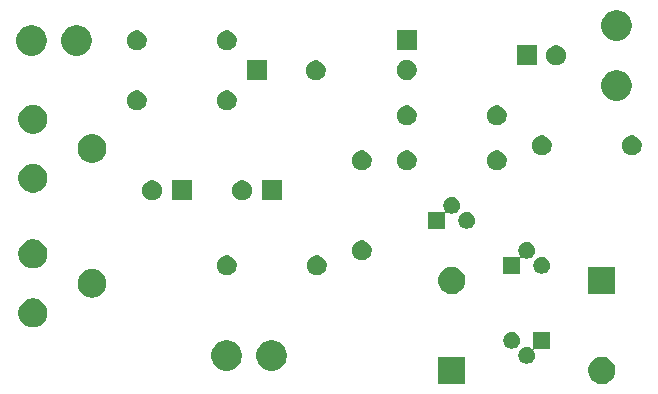
<source format=gbr>
G04 #@! TF.GenerationSoftware,KiCad,Pcbnew,5.1.5+dfsg1-2build2*
G04 #@! TF.CreationDate,2020-05-28T19:54:34-06:00*
G04 #@! TF.ProjectId,JAT 3t amplifier,4a415420-3374-4206-916d-706c69666965,rev?*
G04 #@! TF.SameCoordinates,Original*
G04 #@! TF.FileFunction,Soldermask,Top*
G04 #@! TF.FilePolarity,Negative*
%FSLAX46Y46*%
G04 Gerber Fmt 4.6, Leading zero omitted, Abs format (unit mm)*
G04 Created by KiCad (PCBNEW 5.1.5+dfsg1-2build2) date 2020-05-28 19:54:34*
%MOMM*%
%LPD*%
G04 APERTURE LIST*
%ADD10C,0.100000*%
G04 APERTURE END LIST*
D10*
G36*
X703804549Y-990741116D02*
G01*
X703915734Y-990763232D01*
X704125203Y-990849997D01*
X704313720Y-990975960D01*
X704474040Y-991136280D01*
X704600003Y-991324797D01*
X704686768Y-991534266D01*
X704731000Y-991756636D01*
X704731000Y-991983364D01*
X704686768Y-992205734D01*
X704600003Y-992415203D01*
X704474040Y-992603720D01*
X704313720Y-992764040D01*
X704125203Y-992890003D01*
X703915734Y-992976768D01*
X703804549Y-992998884D01*
X703693365Y-993021000D01*
X703466635Y-993021000D01*
X703355451Y-992998884D01*
X703244266Y-992976768D01*
X703034797Y-992890003D01*
X702846280Y-992764040D01*
X702685960Y-992603720D01*
X702559997Y-992415203D01*
X702473232Y-992205734D01*
X702429000Y-991983364D01*
X702429000Y-991756636D01*
X702473232Y-991534266D01*
X702559997Y-991324797D01*
X702685960Y-991136280D01*
X702846280Y-990975960D01*
X703034797Y-990849997D01*
X703244266Y-990763232D01*
X703355451Y-990741116D01*
X703466635Y-990719000D01*
X703693365Y-990719000D01*
X703804549Y-990741116D01*
G37*
G36*
X692031000Y-993021000D02*
G01*
X689729000Y-993021000D01*
X689729000Y-990719000D01*
X692031000Y-990719000D01*
X692031000Y-993021000D01*
G37*
G36*
X676019393Y-989349304D02*
G01*
X676256101Y-989447352D01*
X676256103Y-989447353D01*
X676469135Y-989589696D01*
X676650304Y-989770865D01*
X676789229Y-989978782D01*
X676792648Y-989983899D01*
X676890696Y-990220607D01*
X676940680Y-990471893D01*
X676940680Y-990728107D01*
X676890696Y-990979393D01*
X676822305Y-991144502D01*
X676792647Y-991216103D01*
X676650304Y-991429135D01*
X676469135Y-991610304D01*
X676256103Y-991752647D01*
X676256102Y-991752648D01*
X676256101Y-991752648D01*
X676019393Y-991850696D01*
X675768107Y-991900680D01*
X675511893Y-991900680D01*
X675260607Y-991850696D01*
X675023899Y-991752648D01*
X675023898Y-991752648D01*
X675023897Y-991752647D01*
X674810865Y-991610304D01*
X674629696Y-991429135D01*
X674487353Y-991216103D01*
X674457695Y-991144502D01*
X674389304Y-990979393D01*
X674339320Y-990728107D01*
X674339320Y-990471893D01*
X674389304Y-990220607D01*
X674487352Y-989983899D01*
X674490771Y-989978782D01*
X674629696Y-989770865D01*
X674810865Y-989589696D01*
X675023897Y-989447353D01*
X675023899Y-989447352D01*
X675260607Y-989349304D01*
X675511893Y-989299320D01*
X675768107Y-989299320D01*
X676019393Y-989349304D01*
G37*
G36*
X672209393Y-989349304D02*
G01*
X672446101Y-989447352D01*
X672446103Y-989447353D01*
X672659135Y-989589696D01*
X672840304Y-989770865D01*
X672979229Y-989978782D01*
X672982648Y-989983899D01*
X673080696Y-990220607D01*
X673130680Y-990471893D01*
X673130680Y-990728107D01*
X673080696Y-990979393D01*
X673012305Y-991144502D01*
X672982647Y-991216103D01*
X672840304Y-991429135D01*
X672659135Y-991610304D01*
X672446103Y-991752647D01*
X672446102Y-991752648D01*
X672446101Y-991752648D01*
X672209393Y-991850696D01*
X671958107Y-991900680D01*
X671701893Y-991900680D01*
X671450607Y-991850696D01*
X671213899Y-991752648D01*
X671213898Y-991752648D01*
X671213897Y-991752647D01*
X671000865Y-991610304D01*
X670819696Y-991429135D01*
X670677353Y-991216103D01*
X670647695Y-991144502D01*
X670579304Y-990979393D01*
X670529320Y-990728107D01*
X670529320Y-990471893D01*
X670579304Y-990220607D01*
X670677352Y-989983899D01*
X670680771Y-989978782D01*
X670819696Y-989770865D01*
X671000865Y-989589696D01*
X671213897Y-989447353D01*
X671213899Y-989447352D01*
X671450607Y-989349304D01*
X671701893Y-989299320D01*
X671958107Y-989299320D01*
X672209393Y-989349304D01*
G37*
G36*
X699201000Y-990031000D02*
G01*
X697926749Y-990031000D01*
X697902363Y-990033402D01*
X697878914Y-990040515D01*
X697857303Y-990052066D01*
X697838361Y-990067611D01*
X697822816Y-990086553D01*
X697811265Y-990108164D01*
X697804152Y-990131613D01*
X697801750Y-990155999D01*
X697804152Y-990180385D01*
X697811265Y-990203834D01*
X697822816Y-990225444D01*
X697851218Y-990267951D01*
X697904062Y-990395527D01*
X697931000Y-990530956D01*
X697931000Y-990669044D01*
X697904062Y-990804473D01*
X697851218Y-990932049D01*
X697774505Y-991046859D01*
X697676859Y-991144505D01*
X697562049Y-991221218D01*
X697434473Y-991274062D01*
X697299044Y-991301000D01*
X697160956Y-991301000D01*
X697025527Y-991274062D01*
X696897951Y-991221218D01*
X696783141Y-991144505D01*
X696685495Y-991046859D01*
X696608782Y-990932049D01*
X696555938Y-990804473D01*
X696529000Y-990669044D01*
X696529000Y-990530956D01*
X696555938Y-990395527D01*
X696608782Y-990267951D01*
X696685495Y-990153141D01*
X696783141Y-990055495D01*
X696897951Y-989978782D01*
X697025527Y-989925938D01*
X697160956Y-989899000D01*
X697299044Y-989899000D01*
X697434473Y-989925938D01*
X697562049Y-989978782D01*
X697604556Y-990007184D01*
X697626167Y-990018735D01*
X697649616Y-990025848D01*
X697674002Y-990028250D01*
X697698388Y-990025848D01*
X697721837Y-990018735D01*
X697743447Y-990007183D01*
X697762389Y-989991638D01*
X697777934Y-989972696D01*
X697789485Y-989951085D01*
X697796598Y-989927636D01*
X697799000Y-989903251D01*
X697799000Y-988629000D01*
X699201000Y-988629000D01*
X699201000Y-990031000D01*
G37*
G36*
X696164473Y-988655938D02*
G01*
X696292049Y-988708782D01*
X696406859Y-988785495D01*
X696504505Y-988883141D01*
X696581218Y-988997951D01*
X696634062Y-989125527D01*
X696661000Y-989260956D01*
X696661000Y-989399044D01*
X696634062Y-989534473D01*
X696581218Y-989662049D01*
X696504505Y-989776859D01*
X696406859Y-989874505D01*
X696292049Y-989951218D01*
X696164473Y-990004062D01*
X696029044Y-990031000D01*
X695890956Y-990031000D01*
X695755527Y-990004062D01*
X695627951Y-989951218D01*
X695513141Y-989874505D01*
X695415495Y-989776859D01*
X695338782Y-989662049D01*
X695285938Y-989534473D01*
X695259000Y-989399044D01*
X695259000Y-989260956D01*
X695285938Y-989125527D01*
X695338782Y-988997951D01*
X695415495Y-988883141D01*
X695513141Y-988785495D01*
X695627951Y-988708782D01*
X695755527Y-988655938D01*
X695890956Y-988629000D01*
X696029044Y-988629000D01*
X696164473Y-988655938D01*
G37*
G36*
X655663507Y-985792461D02*
G01*
X655781455Y-985815922D01*
X655873496Y-985854047D01*
X656003661Y-985907963D01*
X656203644Y-986041587D01*
X656373715Y-986211658D01*
X656507339Y-986411641D01*
X656599380Y-986633848D01*
X656646302Y-986869741D01*
X656646302Y-987110259D01*
X656599380Y-987346152D01*
X656507339Y-987568359D01*
X656373715Y-987768342D01*
X656203644Y-987938413D01*
X656003661Y-988072037D01*
X655873496Y-988125953D01*
X655781455Y-988164078D01*
X655663507Y-988187539D01*
X655545561Y-988211000D01*
X655305043Y-988211000D01*
X655187097Y-988187539D01*
X655069149Y-988164078D01*
X654977108Y-988125953D01*
X654846943Y-988072037D01*
X654646960Y-987938413D01*
X654476889Y-987768342D01*
X654343265Y-987568359D01*
X654251224Y-987346152D01*
X654204302Y-987110259D01*
X654204302Y-986869741D01*
X654251224Y-986633848D01*
X654343265Y-986411641D01*
X654476889Y-986211658D01*
X654646960Y-986041587D01*
X654846943Y-985907963D01*
X654977108Y-985854047D01*
X655069149Y-985815922D01*
X655187097Y-985792461D01*
X655305043Y-985769000D01*
X655545561Y-985769000D01*
X655663507Y-985792461D01*
G37*
G36*
X660781455Y-983315922D02*
G01*
X660873496Y-983354047D01*
X661003661Y-983407963D01*
X661203644Y-983541587D01*
X661373715Y-983711658D01*
X661507339Y-983911641D01*
X661561255Y-984041806D01*
X661599380Y-984133847D01*
X661599935Y-984136636D01*
X661646302Y-984369741D01*
X661646302Y-984610259D01*
X661599380Y-984846152D01*
X661507339Y-985068359D01*
X661373715Y-985268342D01*
X661203644Y-985438413D01*
X661003661Y-985572037D01*
X660873496Y-985625953D01*
X660781455Y-985664078D01*
X660663507Y-985687539D01*
X660545561Y-985711000D01*
X660305043Y-985711000D01*
X660187097Y-985687539D01*
X660069149Y-985664078D01*
X659977108Y-985625953D01*
X659846943Y-985572037D01*
X659646960Y-985438413D01*
X659476889Y-985268342D01*
X659343265Y-985068359D01*
X659251224Y-984846152D01*
X659204302Y-984610259D01*
X659204302Y-984369741D01*
X659250669Y-984136636D01*
X659251224Y-984133847D01*
X659289349Y-984041806D01*
X659343265Y-983911641D01*
X659476889Y-983711658D01*
X659646960Y-983541587D01*
X659846943Y-983407963D01*
X659977108Y-983354047D01*
X660069149Y-983315922D01*
X660305043Y-983269000D01*
X660545561Y-983269000D01*
X660781455Y-983315922D01*
G37*
G36*
X704731000Y-985401000D02*
G01*
X702429000Y-985401000D01*
X702429000Y-983099000D01*
X704731000Y-983099000D01*
X704731000Y-985401000D01*
G37*
G36*
X691104549Y-983121116D02*
G01*
X691215734Y-983143232D01*
X691315298Y-983184473D01*
X691420933Y-983228228D01*
X691425203Y-983229997D01*
X691613720Y-983355960D01*
X691774040Y-983516280D01*
X691900003Y-983704797D01*
X691985681Y-983911641D01*
X691986768Y-983914267D01*
X692031000Y-984136635D01*
X692031000Y-984363365D01*
X692008884Y-984474549D01*
X691986768Y-984585734D01*
X691900003Y-984795203D01*
X691774040Y-984983720D01*
X691613720Y-985144040D01*
X691425203Y-985270003D01*
X691215734Y-985356768D01*
X691104549Y-985378884D01*
X690993365Y-985401000D01*
X690766635Y-985401000D01*
X690655451Y-985378884D01*
X690544266Y-985356768D01*
X690334797Y-985270003D01*
X690146280Y-985144040D01*
X689985960Y-984983720D01*
X689859997Y-984795203D01*
X689773232Y-984585734D01*
X689751116Y-984474549D01*
X689729000Y-984363365D01*
X689729000Y-984136635D01*
X689773232Y-983914267D01*
X689774320Y-983911641D01*
X689859997Y-983704797D01*
X689985960Y-983516280D01*
X690146280Y-983355960D01*
X690334797Y-983229997D01*
X690339068Y-983228228D01*
X690444702Y-983184473D01*
X690544266Y-983143232D01*
X690655451Y-983121116D01*
X690766635Y-983099000D01*
X690993365Y-983099000D01*
X691104549Y-983121116D01*
G37*
G36*
X679698228Y-982161703D02*
G01*
X679853100Y-982225853D01*
X679992481Y-982318985D01*
X680111015Y-982437519D01*
X680204147Y-982576900D01*
X680268297Y-982731772D01*
X680301000Y-982896184D01*
X680301000Y-983063816D01*
X680268297Y-983228228D01*
X680204147Y-983383100D01*
X680111015Y-983522481D01*
X679992481Y-983641015D01*
X679853100Y-983734147D01*
X679698228Y-983798297D01*
X679533816Y-983831000D01*
X679366184Y-983831000D01*
X679201772Y-983798297D01*
X679046900Y-983734147D01*
X678907519Y-983641015D01*
X678788985Y-983522481D01*
X678695853Y-983383100D01*
X678631703Y-983228228D01*
X678599000Y-983063816D01*
X678599000Y-982896184D01*
X678631703Y-982731772D01*
X678695853Y-982576900D01*
X678788985Y-982437519D01*
X678907519Y-982318985D01*
X679046900Y-982225853D01*
X679201772Y-982161703D01*
X679366184Y-982129000D01*
X679533816Y-982129000D01*
X679698228Y-982161703D01*
G37*
G36*
X672078228Y-982161703D02*
G01*
X672233100Y-982225853D01*
X672372481Y-982318985D01*
X672491015Y-982437519D01*
X672584147Y-982576900D01*
X672648297Y-982731772D01*
X672681000Y-982896184D01*
X672681000Y-983063816D01*
X672648297Y-983228228D01*
X672584147Y-983383100D01*
X672491015Y-983522481D01*
X672372481Y-983641015D01*
X672233100Y-983734147D01*
X672078228Y-983798297D01*
X671913816Y-983831000D01*
X671746184Y-983831000D01*
X671581772Y-983798297D01*
X671426900Y-983734147D01*
X671287519Y-983641015D01*
X671168985Y-983522481D01*
X671075853Y-983383100D01*
X671011703Y-983228228D01*
X670979000Y-983063816D01*
X670979000Y-982896184D01*
X671011703Y-982731772D01*
X671075853Y-982576900D01*
X671168985Y-982437519D01*
X671287519Y-982318985D01*
X671426900Y-982225853D01*
X671581772Y-982161703D01*
X671746184Y-982129000D01*
X671913816Y-982129000D01*
X672078228Y-982161703D01*
G37*
G36*
X697434473Y-981035938D02*
G01*
X697562049Y-981088782D01*
X697676859Y-981165495D01*
X697774505Y-981263141D01*
X697851218Y-981377951D01*
X697904062Y-981505527D01*
X697931000Y-981640956D01*
X697931000Y-981779044D01*
X697904062Y-981914473D01*
X697851218Y-982042049D01*
X697774505Y-982156859D01*
X697676859Y-982254505D01*
X697562049Y-982331218D01*
X697434473Y-982384062D01*
X697299044Y-982411000D01*
X697160956Y-982411000D01*
X697025527Y-982384062D01*
X696897951Y-982331218D01*
X696855444Y-982302816D01*
X696833833Y-982291265D01*
X696810384Y-982284152D01*
X696785998Y-982281750D01*
X696761612Y-982284152D01*
X696738163Y-982291265D01*
X696716553Y-982302817D01*
X696697611Y-982318362D01*
X696682066Y-982337304D01*
X696670515Y-982358915D01*
X696663402Y-982382364D01*
X696661000Y-982406749D01*
X696661000Y-983681000D01*
X695259000Y-983681000D01*
X695259000Y-982279000D01*
X696533251Y-982279000D01*
X696557637Y-982276598D01*
X696581086Y-982269485D01*
X696602697Y-982257934D01*
X696621639Y-982242389D01*
X696637184Y-982223447D01*
X696648735Y-982201836D01*
X696655848Y-982178387D01*
X696658250Y-982154001D01*
X696655848Y-982129615D01*
X696648735Y-982106166D01*
X696637184Y-982084556D01*
X696608782Y-982042049D01*
X696555938Y-981914473D01*
X696529000Y-981779044D01*
X696529000Y-981640956D01*
X696555938Y-981505527D01*
X696608782Y-981377951D01*
X696685495Y-981263141D01*
X696783141Y-981165495D01*
X696897951Y-981088782D01*
X697025527Y-981035938D01*
X697160956Y-981009000D01*
X697299044Y-981009000D01*
X697434473Y-981035938D01*
G37*
G36*
X698704473Y-982305938D02*
G01*
X698832049Y-982358782D01*
X698946859Y-982435495D01*
X699044505Y-982533141D01*
X699121218Y-982647951D01*
X699174062Y-982775527D01*
X699201000Y-982910956D01*
X699201000Y-983049044D01*
X699174062Y-983184473D01*
X699121218Y-983312049D01*
X699044505Y-983426859D01*
X698946859Y-983524505D01*
X698832049Y-983601218D01*
X698704473Y-983654062D01*
X698569044Y-983681000D01*
X698430956Y-983681000D01*
X698295527Y-983654062D01*
X698167951Y-983601218D01*
X698053141Y-983524505D01*
X697955495Y-983426859D01*
X697878782Y-983312049D01*
X697825938Y-983184473D01*
X697799000Y-983049044D01*
X697799000Y-982910956D01*
X697825938Y-982775527D01*
X697878782Y-982647951D01*
X697955495Y-982533141D01*
X698053141Y-982435495D01*
X698167951Y-982358782D01*
X698295527Y-982305938D01*
X698430956Y-982279000D01*
X698569044Y-982279000D01*
X698704473Y-982305938D01*
G37*
G36*
X655781455Y-980815922D02*
G01*
X655873496Y-980854047D01*
X656003661Y-980907963D01*
X656203644Y-981041587D01*
X656373715Y-981211658D01*
X656507339Y-981411641D01*
X656528103Y-981461771D01*
X656596206Y-981626184D01*
X656599380Y-981633848D01*
X656646302Y-981869741D01*
X656646302Y-982110259D01*
X656628086Y-982201836D01*
X656599380Y-982346153D01*
X656584381Y-982382364D01*
X656507339Y-982568359D01*
X656373715Y-982768342D01*
X656203644Y-982938413D01*
X656003661Y-983072037D01*
X655938566Y-983099000D01*
X655781455Y-983164078D01*
X655678921Y-983184473D01*
X655545561Y-983211000D01*
X655305043Y-983211000D01*
X655171683Y-983184473D01*
X655069149Y-983164078D01*
X654912038Y-983099000D01*
X654846943Y-983072037D01*
X654646960Y-982938413D01*
X654476889Y-982768342D01*
X654343265Y-982568359D01*
X654266223Y-982382364D01*
X654251224Y-982346153D01*
X654222518Y-982201836D01*
X654204302Y-982110259D01*
X654204302Y-981869741D01*
X654251224Y-981633848D01*
X654254399Y-981626184D01*
X654322501Y-981461771D01*
X654343265Y-981411641D01*
X654476889Y-981211658D01*
X654646960Y-981041587D01*
X654846943Y-980907963D01*
X654977108Y-980854047D01*
X655069149Y-980815922D01*
X655305043Y-980769000D01*
X655545561Y-980769000D01*
X655781455Y-980815922D01*
G37*
G36*
X683508228Y-980891703D02*
G01*
X683663100Y-980955853D01*
X683802481Y-981048985D01*
X683921015Y-981167519D01*
X684014147Y-981306900D01*
X684078297Y-981461772D01*
X684111000Y-981626184D01*
X684111000Y-981793816D01*
X684078297Y-981958228D01*
X684014147Y-982113100D01*
X683921015Y-982252481D01*
X683802481Y-982371015D01*
X683663100Y-982464147D01*
X683508228Y-982528297D01*
X683343816Y-982561000D01*
X683176184Y-982561000D01*
X683011772Y-982528297D01*
X682856900Y-982464147D01*
X682717519Y-982371015D01*
X682598985Y-982252481D01*
X682505853Y-982113100D01*
X682441703Y-981958228D01*
X682409000Y-981793816D01*
X682409000Y-981626184D01*
X682441703Y-981461772D01*
X682505853Y-981306900D01*
X682598985Y-981167519D01*
X682717519Y-981048985D01*
X682856900Y-980955853D01*
X683011772Y-980891703D01*
X683176184Y-980859000D01*
X683343816Y-980859000D01*
X683508228Y-980891703D01*
G37*
G36*
X691084473Y-977225938D02*
G01*
X691212049Y-977278782D01*
X691326859Y-977355495D01*
X691424505Y-977453141D01*
X691501218Y-977567951D01*
X691554062Y-977695527D01*
X691581000Y-977830956D01*
X691581000Y-977969044D01*
X691554062Y-978104473D01*
X691501218Y-978232049D01*
X691424505Y-978346859D01*
X691326859Y-978444505D01*
X691212049Y-978521218D01*
X691084473Y-978574062D01*
X690949044Y-978601000D01*
X690810956Y-978601000D01*
X690675527Y-978574062D01*
X690547951Y-978521218D01*
X690505444Y-978492816D01*
X690483833Y-978481265D01*
X690460384Y-978474152D01*
X690435998Y-978471750D01*
X690411612Y-978474152D01*
X690388163Y-978481265D01*
X690366553Y-978492817D01*
X690347611Y-978508362D01*
X690332066Y-978527304D01*
X690320515Y-978548915D01*
X690313402Y-978572364D01*
X690311000Y-978596749D01*
X690311000Y-979871000D01*
X688909000Y-979871000D01*
X688909000Y-978469000D01*
X690183251Y-978469000D01*
X690207637Y-978466598D01*
X690231086Y-978459485D01*
X690252697Y-978447934D01*
X690271639Y-978432389D01*
X690287184Y-978413447D01*
X690298735Y-978391836D01*
X690305848Y-978368387D01*
X690308250Y-978344001D01*
X690305848Y-978319615D01*
X690298735Y-978296166D01*
X690287184Y-978274556D01*
X690258782Y-978232049D01*
X690205938Y-978104473D01*
X690179000Y-977969044D01*
X690179000Y-977830956D01*
X690205938Y-977695527D01*
X690258782Y-977567951D01*
X690335495Y-977453141D01*
X690433141Y-977355495D01*
X690547951Y-977278782D01*
X690675527Y-977225938D01*
X690810956Y-977199000D01*
X690949044Y-977199000D01*
X691084473Y-977225938D01*
G37*
G36*
X692354473Y-978495938D02*
G01*
X692482049Y-978548782D01*
X692596859Y-978625495D01*
X692694505Y-978723141D01*
X692771218Y-978837951D01*
X692824062Y-978965527D01*
X692851000Y-979100956D01*
X692851000Y-979239044D01*
X692824062Y-979374473D01*
X692771218Y-979502049D01*
X692694505Y-979616859D01*
X692596859Y-979714505D01*
X692482049Y-979791218D01*
X692354473Y-979844062D01*
X692219044Y-979871000D01*
X692080956Y-979871000D01*
X691945527Y-979844062D01*
X691817951Y-979791218D01*
X691703141Y-979714505D01*
X691605495Y-979616859D01*
X691528782Y-979502049D01*
X691475938Y-979374473D01*
X691449000Y-979239044D01*
X691449000Y-979100956D01*
X691475938Y-978965527D01*
X691528782Y-978837951D01*
X691605495Y-978723141D01*
X691703141Y-978625495D01*
X691817951Y-978548782D01*
X691945527Y-978495938D01*
X692080956Y-978469000D01*
X692219044Y-978469000D01*
X692354473Y-978495938D01*
G37*
G36*
X676491000Y-977481000D02*
G01*
X674789000Y-977481000D01*
X674789000Y-975779000D01*
X676491000Y-975779000D01*
X676491000Y-977481000D01*
G37*
G36*
X665768228Y-975811703D02*
G01*
X665923100Y-975875853D01*
X666062481Y-975968985D01*
X666181015Y-976087519D01*
X666274147Y-976226900D01*
X666338297Y-976381772D01*
X666371000Y-976546184D01*
X666371000Y-976713816D01*
X666338297Y-976878228D01*
X666274147Y-977033100D01*
X666181015Y-977172481D01*
X666062481Y-977291015D01*
X665923100Y-977384147D01*
X665768228Y-977448297D01*
X665603816Y-977481000D01*
X665436184Y-977481000D01*
X665271772Y-977448297D01*
X665116900Y-977384147D01*
X664977519Y-977291015D01*
X664858985Y-977172481D01*
X664765853Y-977033100D01*
X664701703Y-976878228D01*
X664669000Y-976713816D01*
X664669000Y-976546184D01*
X664701703Y-976381772D01*
X664765853Y-976226900D01*
X664858985Y-976087519D01*
X664977519Y-975968985D01*
X665116900Y-975875853D01*
X665271772Y-975811703D01*
X665436184Y-975779000D01*
X665603816Y-975779000D01*
X665768228Y-975811703D01*
G37*
G36*
X673388228Y-975811703D02*
G01*
X673543100Y-975875853D01*
X673682481Y-975968985D01*
X673801015Y-976087519D01*
X673894147Y-976226900D01*
X673958297Y-976381772D01*
X673991000Y-976546184D01*
X673991000Y-976713816D01*
X673958297Y-976878228D01*
X673894147Y-977033100D01*
X673801015Y-977172481D01*
X673682481Y-977291015D01*
X673543100Y-977384147D01*
X673388228Y-977448297D01*
X673223816Y-977481000D01*
X673056184Y-977481000D01*
X672891772Y-977448297D01*
X672736900Y-977384147D01*
X672597519Y-977291015D01*
X672478985Y-977172481D01*
X672385853Y-977033100D01*
X672321703Y-976878228D01*
X672289000Y-976713816D01*
X672289000Y-976546184D01*
X672321703Y-976381772D01*
X672385853Y-976226900D01*
X672478985Y-976087519D01*
X672597519Y-975968985D01*
X672736900Y-975875853D01*
X672891772Y-975811703D01*
X673056184Y-975779000D01*
X673223816Y-975779000D01*
X673388228Y-975811703D01*
G37*
G36*
X668871000Y-977481000D02*
G01*
X667169000Y-977481000D01*
X667169000Y-975779000D01*
X668871000Y-975779000D01*
X668871000Y-977481000D01*
G37*
G36*
X655781455Y-974415922D02*
G01*
X655873496Y-974454047D01*
X656003661Y-974507963D01*
X656203644Y-974641587D01*
X656373715Y-974811658D01*
X656507339Y-975011641D01*
X656599380Y-975233848D01*
X656646302Y-975469741D01*
X656646302Y-975710259D01*
X656626124Y-975811703D01*
X656599380Y-975946153D01*
X656561255Y-976038194D01*
X656507339Y-976168359D01*
X656373715Y-976368342D01*
X656203644Y-976538413D01*
X656003661Y-976672037D01*
X655902797Y-976713816D01*
X655781455Y-976764078D01*
X655545561Y-976811000D01*
X655305043Y-976811000D01*
X655069149Y-976764078D01*
X654947807Y-976713816D01*
X654846943Y-976672037D01*
X654646960Y-976538413D01*
X654476889Y-976368342D01*
X654343265Y-976168359D01*
X654289349Y-976038194D01*
X654251224Y-975946153D01*
X654224480Y-975811703D01*
X654204302Y-975710259D01*
X654204302Y-975469741D01*
X654251224Y-975233848D01*
X654343265Y-975011641D01*
X654476889Y-974811658D01*
X654646960Y-974641587D01*
X654846943Y-974507963D01*
X654977108Y-974454047D01*
X655069149Y-974415922D01*
X655305043Y-974369000D01*
X655545561Y-974369000D01*
X655781455Y-974415922D01*
G37*
G36*
X687318228Y-973271703D02*
G01*
X687473100Y-973335853D01*
X687612481Y-973428985D01*
X687731015Y-973547519D01*
X687824147Y-973686900D01*
X687888297Y-973841772D01*
X687921000Y-974006184D01*
X687921000Y-974173816D01*
X687888297Y-974338228D01*
X687824147Y-974493100D01*
X687731015Y-974632481D01*
X687612481Y-974751015D01*
X687473100Y-974844147D01*
X687318228Y-974908297D01*
X687153816Y-974941000D01*
X686986184Y-974941000D01*
X686821772Y-974908297D01*
X686666900Y-974844147D01*
X686527519Y-974751015D01*
X686408985Y-974632481D01*
X686315853Y-974493100D01*
X686251703Y-974338228D01*
X686219000Y-974173816D01*
X686219000Y-974006184D01*
X686251703Y-973841772D01*
X686315853Y-973686900D01*
X686408985Y-973547519D01*
X686527519Y-973428985D01*
X686666900Y-973335853D01*
X686821772Y-973271703D01*
X686986184Y-973239000D01*
X687153816Y-973239000D01*
X687318228Y-973271703D01*
G37*
G36*
X694938228Y-973271703D02*
G01*
X695093100Y-973335853D01*
X695232481Y-973428985D01*
X695351015Y-973547519D01*
X695444147Y-973686900D01*
X695508297Y-973841772D01*
X695541000Y-974006184D01*
X695541000Y-974173816D01*
X695508297Y-974338228D01*
X695444147Y-974493100D01*
X695351015Y-974632481D01*
X695232481Y-974751015D01*
X695093100Y-974844147D01*
X694938228Y-974908297D01*
X694773816Y-974941000D01*
X694606184Y-974941000D01*
X694441772Y-974908297D01*
X694286900Y-974844147D01*
X694147519Y-974751015D01*
X694028985Y-974632481D01*
X693935853Y-974493100D01*
X693871703Y-974338228D01*
X693839000Y-974173816D01*
X693839000Y-974006184D01*
X693871703Y-973841772D01*
X693935853Y-973686900D01*
X694028985Y-973547519D01*
X694147519Y-973428985D01*
X694286900Y-973335853D01*
X694441772Y-973271703D01*
X694606184Y-973239000D01*
X694773816Y-973239000D01*
X694938228Y-973271703D01*
G37*
G36*
X683508228Y-973271703D02*
G01*
X683663100Y-973335853D01*
X683802481Y-973428985D01*
X683921015Y-973547519D01*
X684014147Y-973686900D01*
X684078297Y-973841772D01*
X684111000Y-974006184D01*
X684111000Y-974173816D01*
X684078297Y-974338228D01*
X684014147Y-974493100D01*
X683921015Y-974632481D01*
X683802481Y-974751015D01*
X683663100Y-974844147D01*
X683508228Y-974908297D01*
X683343816Y-974941000D01*
X683176184Y-974941000D01*
X683011772Y-974908297D01*
X682856900Y-974844147D01*
X682717519Y-974751015D01*
X682598985Y-974632481D01*
X682505853Y-974493100D01*
X682441703Y-974338228D01*
X682409000Y-974173816D01*
X682409000Y-974006184D01*
X682441703Y-973841772D01*
X682505853Y-973686900D01*
X682598985Y-973547519D01*
X682717519Y-973428985D01*
X682856900Y-973335853D01*
X683011772Y-973271703D01*
X683176184Y-973239000D01*
X683343816Y-973239000D01*
X683508228Y-973271703D01*
G37*
G36*
X660663507Y-971892461D02*
G01*
X660781455Y-971915922D01*
X660873496Y-971954047D01*
X661003661Y-972007963D01*
X661203644Y-972141587D01*
X661373715Y-972311658D01*
X661507339Y-972511641D01*
X661599380Y-972733848D01*
X661633189Y-972903815D01*
X661646302Y-972969742D01*
X661646302Y-973210258D01*
X661599380Y-973446153D01*
X661561255Y-973538194D01*
X661507339Y-973668359D01*
X661373715Y-973868342D01*
X661203644Y-974038413D01*
X661003661Y-974172037D01*
X660873496Y-974225953D01*
X660781455Y-974264078D01*
X660545561Y-974311000D01*
X660305043Y-974311000D01*
X660069149Y-974264078D01*
X659977108Y-974225953D01*
X659846943Y-974172037D01*
X659646960Y-974038413D01*
X659476889Y-973868342D01*
X659343265Y-973668359D01*
X659289349Y-973538194D01*
X659251224Y-973446153D01*
X659204302Y-973210258D01*
X659204302Y-972969742D01*
X659217416Y-972903815D01*
X659251224Y-972733848D01*
X659343265Y-972511641D01*
X659476889Y-972311658D01*
X659646960Y-972141587D01*
X659846943Y-972007963D01*
X659977108Y-971954047D01*
X660069149Y-971915922D01*
X660187097Y-971892461D01*
X660305043Y-971869000D01*
X660545561Y-971869000D01*
X660663507Y-971892461D01*
G37*
G36*
X706368228Y-972001703D02*
G01*
X706523100Y-972065853D01*
X706662481Y-972158985D01*
X706781015Y-972277519D01*
X706874147Y-972416900D01*
X706938297Y-972571772D01*
X706971000Y-972736184D01*
X706971000Y-972903816D01*
X706938297Y-973068228D01*
X706874147Y-973223100D01*
X706781015Y-973362481D01*
X706662481Y-973481015D01*
X706523100Y-973574147D01*
X706368228Y-973638297D01*
X706203816Y-973671000D01*
X706036184Y-973671000D01*
X705871772Y-973638297D01*
X705716900Y-973574147D01*
X705577519Y-973481015D01*
X705458985Y-973362481D01*
X705365853Y-973223100D01*
X705301703Y-973068228D01*
X705269000Y-972903816D01*
X705269000Y-972736184D01*
X705301703Y-972571772D01*
X705365853Y-972416900D01*
X705458985Y-972277519D01*
X705577519Y-972158985D01*
X705716900Y-972065853D01*
X705871772Y-972001703D01*
X706036184Y-971969000D01*
X706203816Y-971969000D01*
X706368228Y-972001703D01*
G37*
G36*
X698748228Y-972001703D02*
G01*
X698903100Y-972065853D01*
X699042481Y-972158985D01*
X699161015Y-972277519D01*
X699254147Y-972416900D01*
X699318297Y-972571772D01*
X699351000Y-972736184D01*
X699351000Y-972903816D01*
X699318297Y-973068228D01*
X699254147Y-973223100D01*
X699161015Y-973362481D01*
X699042481Y-973481015D01*
X698903100Y-973574147D01*
X698748228Y-973638297D01*
X698583816Y-973671000D01*
X698416184Y-973671000D01*
X698251772Y-973638297D01*
X698096900Y-973574147D01*
X697957519Y-973481015D01*
X697838985Y-973362481D01*
X697745853Y-973223100D01*
X697681703Y-973068228D01*
X697649000Y-972903816D01*
X697649000Y-972736184D01*
X697681703Y-972571772D01*
X697745853Y-972416900D01*
X697838985Y-972277519D01*
X697957519Y-972158985D01*
X698096900Y-972065853D01*
X698251772Y-972001703D01*
X698416184Y-971969000D01*
X698583816Y-971969000D01*
X698748228Y-972001703D01*
G37*
G36*
X655663507Y-969392461D02*
G01*
X655781455Y-969415922D01*
X655873496Y-969454047D01*
X656003661Y-969507963D01*
X656203644Y-969641587D01*
X656373715Y-969811658D01*
X656507339Y-970011641D01*
X656599380Y-970233848D01*
X656646302Y-970469741D01*
X656646302Y-970710259D01*
X656599380Y-970946152D01*
X656507339Y-971168359D01*
X656373715Y-971368342D01*
X656203644Y-971538413D01*
X656003661Y-971672037D01*
X655873496Y-971725953D01*
X655781455Y-971764078D01*
X655545561Y-971811000D01*
X655305043Y-971811000D01*
X655069149Y-971764078D01*
X654977108Y-971725953D01*
X654846943Y-971672037D01*
X654646960Y-971538413D01*
X654476889Y-971368342D01*
X654343265Y-971168359D01*
X654251224Y-970946152D01*
X654204302Y-970710259D01*
X654204302Y-970469741D01*
X654251224Y-970233848D01*
X654343265Y-970011641D01*
X654476889Y-969811658D01*
X654646960Y-969641587D01*
X654846943Y-969507963D01*
X654977108Y-969454047D01*
X655069149Y-969415922D01*
X655187097Y-969392461D01*
X655305043Y-969369000D01*
X655545561Y-969369000D01*
X655663507Y-969392461D01*
G37*
G36*
X694938228Y-969461703D02*
G01*
X695093100Y-969525853D01*
X695232481Y-969618985D01*
X695351015Y-969737519D01*
X695444147Y-969876900D01*
X695508297Y-970031772D01*
X695541000Y-970196184D01*
X695541000Y-970363816D01*
X695508297Y-970528228D01*
X695444147Y-970683100D01*
X695351015Y-970822481D01*
X695232481Y-970941015D01*
X695093100Y-971034147D01*
X694938228Y-971098297D01*
X694773816Y-971131000D01*
X694606184Y-971131000D01*
X694441772Y-971098297D01*
X694286900Y-971034147D01*
X694147519Y-970941015D01*
X694028985Y-970822481D01*
X693935853Y-970683100D01*
X693871703Y-970528228D01*
X693839000Y-970363816D01*
X693839000Y-970196184D01*
X693871703Y-970031772D01*
X693935853Y-969876900D01*
X694028985Y-969737519D01*
X694147519Y-969618985D01*
X694286900Y-969525853D01*
X694441772Y-969461703D01*
X694606184Y-969429000D01*
X694773816Y-969429000D01*
X694938228Y-969461703D01*
G37*
G36*
X687318228Y-969461703D02*
G01*
X687473100Y-969525853D01*
X687612481Y-969618985D01*
X687731015Y-969737519D01*
X687824147Y-969876900D01*
X687888297Y-970031772D01*
X687921000Y-970196184D01*
X687921000Y-970363816D01*
X687888297Y-970528228D01*
X687824147Y-970683100D01*
X687731015Y-970822481D01*
X687612481Y-970941015D01*
X687473100Y-971034147D01*
X687318228Y-971098297D01*
X687153816Y-971131000D01*
X686986184Y-971131000D01*
X686821772Y-971098297D01*
X686666900Y-971034147D01*
X686527519Y-970941015D01*
X686408985Y-970822481D01*
X686315853Y-970683100D01*
X686251703Y-970528228D01*
X686219000Y-970363816D01*
X686219000Y-970196184D01*
X686251703Y-970031772D01*
X686315853Y-969876900D01*
X686408985Y-969737519D01*
X686527519Y-969618985D01*
X686666900Y-969525853D01*
X686821772Y-969461703D01*
X686986184Y-969429000D01*
X687153816Y-969429000D01*
X687318228Y-969461703D01*
G37*
G36*
X672078228Y-968191703D02*
G01*
X672233100Y-968255853D01*
X672372481Y-968348985D01*
X672491015Y-968467519D01*
X672584147Y-968606900D01*
X672648297Y-968761772D01*
X672681000Y-968926184D01*
X672681000Y-969093816D01*
X672648297Y-969258228D01*
X672584147Y-969413100D01*
X672491015Y-969552481D01*
X672372481Y-969671015D01*
X672233100Y-969764147D01*
X672078228Y-969828297D01*
X671913816Y-969861000D01*
X671746184Y-969861000D01*
X671581772Y-969828297D01*
X671426900Y-969764147D01*
X671287519Y-969671015D01*
X671168985Y-969552481D01*
X671075853Y-969413100D01*
X671011703Y-969258228D01*
X670979000Y-969093816D01*
X670979000Y-968926184D01*
X671011703Y-968761772D01*
X671075853Y-968606900D01*
X671168985Y-968467519D01*
X671287519Y-968348985D01*
X671426900Y-968255853D01*
X671581772Y-968191703D01*
X671746184Y-968159000D01*
X671913816Y-968159000D01*
X672078228Y-968191703D01*
G37*
G36*
X664458228Y-968191703D02*
G01*
X664613100Y-968255853D01*
X664752481Y-968348985D01*
X664871015Y-968467519D01*
X664964147Y-968606900D01*
X665028297Y-968761772D01*
X665061000Y-968926184D01*
X665061000Y-969093816D01*
X665028297Y-969258228D01*
X664964147Y-969413100D01*
X664871015Y-969552481D01*
X664752481Y-969671015D01*
X664613100Y-969764147D01*
X664458228Y-969828297D01*
X664293816Y-969861000D01*
X664126184Y-969861000D01*
X663961772Y-969828297D01*
X663806900Y-969764147D01*
X663667519Y-969671015D01*
X663548985Y-969552481D01*
X663455853Y-969413100D01*
X663391703Y-969258228D01*
X663359000Y-969093816D01*
X663359000Y-968926184D01*
X663391703Y-968761772D01*
X663455853Y-968606900D01*
X663548985Y-968467519D01*
X663667519Y-968348985D01*
X663806900Y-968255853D01*
X663961772Y-968191703D01*
X664126184Y-968159000D01*
X664293816Y-968159000D01*
X664458228Y-968191703D01*
G37*
G36*
X705229393Y-966489304D02*
G01*
X705466101Y-966587352D01*
X705466103Y-966587353D01*
X705679135Y-966729696D01*
X705860304Y-966910865D01*
X705928201Y-967012481D01*
X706002648Y-967123899D01*
X706100696Y-967360607D01*
X706150680Y-967611893D01*
X706150680Y-967868107D01*
X706100696Y-968119393D01*
X706002648Y-968356101D01*
X706002647Y-968356103D01*
X705860304Y-968569135D01*
X705679135Y-968750304D01*
X705466103Y-968892647D01*
X705466102Y-968892648D01*
X705466101Y-968892648D01*
X705229393Y-968990696D01*
X704978107Y-969040680D01*
X704721893Y-969040680D01*
X704470607Y-968990696D01*
X704233899Y-968892648D01*
X704233898Y-968892648D01*
X704233897Y-968892647D01*
X704020865Y-968750304D01*
X703839696Y-968569135D01*
X703697353Y-968356103D01*
X703697352Y-968356101D01*
X703599304Y-968119393D01*
X703549320Y-967868107D01*
X703549320Y-967611893D01*
X703599304Y-967360607D01*
X703697352Y-967123899D01*
X703771799Y-967012481D01*
X703839696Y-966910865D01*
X704020865Y-966729696D01*
X704233897Y-966587353D01*
X704233899Y-966587352D01*
X704470607Y-966489304D01*
X704721893Y-966439320D01*
X704978107Y-966439320D01*
X705229393Y-966489304D01*
G37*
G36*
X675221000Y-967321000D02*
G01*
X673519000Y-967321000D01*
X673519000Y-965619000D01*
X675221000Y-965619000D01*
X675221000Y-967321000D01*
G37*
G36*
X679618228Y-965651703D02*
G01*
X679773100Y-965715853D01*
X679912481Y-965808985D01*
X680031015Y-965927519D01*
X680124147Y-966066900D01*
X680188297Y-966221772D01*
X680221000Y-966386184D01*
X680221000Y-966553816D01*
X680188297Y-966718228D01*
X680124147Y-966873100D01*
X680031015Y-967012481D01*
X679912481Y-967131015D01*
X679773100Y-967224147D01*
X679618228Y-967288297D01*
X679453816Y-967321000D01*
X679286184Y-967321000D01*
X679121772Y-967288297D01*
X678966900Y-967224147D01*
X678827519Y-967131015D01*
X678708985Y-967012481D01*
X678615853Y-966873100D01*
X678551703Y-966718228D01*
X678519000Y-966553816D01*
X678519000Y-966386184D01*
X678551703Y-966221772D01*
X678615853Y-966066900D01*
X678708985Y-965927519D01*
X678827519Y-965808985D01*
X678966900Y-965715853D01*
X679121772Y-965651703D01*
X679286184Y-965619000D01*
X679453816Y-965619000D01*
X679618228Y-965651703D01*
G37*
G36*
X687318228Y-965611703D02*
G01*
X687473100Y-965675853D01*
X687612481Y-965768985D01*
X687731015Y-965887519D01*
X687824147Y-966026900D01*
X687888297Y-966181772D01*
X687921000Y-966346184D01*
X687921000Y-966513816D01*
X687888297Y-966678228D01*
X687824147Y-966833100D01*
X687731015Y-966972481D01*
X687612481Y-967091015D01*
X687473100Y-967184147D01*
X687318228Y-967248297D01*
X687153816Y-967281000D01*
X686986184Y-967281000D01*
X686821772Y-967248297D01*
X686666900Y-967184147D01*
X686527519Y-967091015D01*
X686408985Y-966972481D01*
X686315853Y-966833100D01*
X686251703Y-966678228D01*
X686219000Y-966513816D01*
X686219000Y-966346184D01*
X686251703Y-966181772D01*
X686315853Y-966026900D01*
X686408985Y-965887519D01*
X686527519Y-965768985D01*
X686666900Y-965675853D01*
X686821772Y-965611703D01*
X686986184Y-965579000D01*
X687153816Y-965579000D01*
X687318228Y-965611703D01*
G37*
G36*
X698081000Y-966051000D02*
G01*
X696379000Y-966051000D01*
X696379000Y-964349000D01*
X698081000Y-964349000D01*
X698081000Y-966051000D01*
G37*
G36*
X699978228Y-964381703D02*
G01*
X700133100Y-964445853D01*
X700272481Y-964538985D01*
X700391015Y-964657519D01*
X700484147Y-964796900D01*
X700548297Y-964951772D01*
X700581000Y-965116184D01*
X700581000Y-965283816D01*
X700548297Y-965448228D01*
X700484147Y-965603100D01*
X700391015Y-965742481D01*
X700272481Y-965861015D01*
X700133100Y-965954147D01*
X699978228Y-966018297D01*
X699813816Y-966051000D01*
X699646184Y-966051000D01*
X699481772Y-966018297D01*
X699326900Y-965954147D01*
X699187519Y-965861015D01*
X699068985Y-965742481D01*
X698975853Y-965603100D01*
X698911703Y-965448228D01*
X698879000Y-965283816D01*
X698879000Y-965116184D01*
X698911703Y-964951772D01*
X698975853Y-964796900D01*
X699068985Y-964657519D01*
X699187519Y-964538985D01*
X699326900Y-964445853D01*
X699481772Y-964381703D01*
X699646184Y-964349000D01*
X699813816Y-964349000D01*
X699978228Y-964381703D01*
G37*
G36*
X659509393Y-962679304D02*
G01*
X659746101Y-962777352D01*
X659746103Y-962777353D01*
X659959135Y-962919696D01*
X660140304Y-963100865D01*
X660257394Y-963276103D01*
X660282648Y-963313899D01*
X660380696Y-963550607D01*
X660430680Y-963801893D01*
X660430680Y-964058107D01*
X660380696Y-964309393D01*
X660282648Y-964546101D01*
X660282647Y-964546103D01*
X660140304Y-964759135D01*
X659959135Y-964940304D01*
X659746103Y-965082647D01*
X659746102Y-965082648D01*
X659746101Y-965082648D01*
X659509393Y-965180696D01*
X659258107Y-965230680D01*
X659001893Y-965230680D01*
X658750607Y-965180696D01*
X658513899Y-965082648D01*
X658513898Y-965082648D01*
X658513897Y-965082647D01*
X658300865Y-964940304D01*
X658119696Y-964759135D01*
X657977353Y-964546103D01*
X657977352Y-964546101D01*
X657879304Y-964309393D01*
X657829320Y-964058107D01*
X657829320Y-963801893D01*
X657879304Y-963550607D01*
X657977352Y-963313899D01*
X658002606Y-963276103D01*
X658119696Y-963100865D01*
X658300865Y-962919696D01*
X658513897Y-962777353D01*
X658513899Y-962777352D01*
X658750607Y-962679304D01*
X659001893Y-962629320D01*
X659258107Y-962629320D01*
X659509393Y-962679304D01*
G37*
G36*
X655699393Y-962679304D02*
G01*
X655936101Y-962777352D01*
X655936103Y-962777353D01*
X656149135Y-962919696D01*
X656330304Y-963100865D01*
X656447394Y-963276103D01*
X656472648Y-963313899D01*
X656570696Y-963550607D01*
X656620680Y-963801893D01*
X656620680Y-964058107D01*
X656570696Y-964309393D01*
X656472648Y-964546101D01*
X656472647Y-964546103D01*
X656330304Y-964759135D01*
X656149135Y-964940304D01*
X655936103Y-965082647D01*
X655936102Y-965082648D01*
X655936101Y-965082648D01*
X655699393Y-965180696D01*
X655448107Y-965230680D01*
X655191893Y-965230680D01*
X654940607Y-965180696D01*
X654703899Y-965082648D01*
X654703898Y-965082648D01*
X654703897Y-965082647D01*
X654490865Y-964940304D01*
X654309696Y-964759135D01*
X654167353Y-964546103D01*
X654167352Y-964546101D01*
X654069304Y-964309393D01*
X654019320Y-964058107D01*
X654019320Y-963801893D01*
X654069304Y-963550607D01*
X654167352Y-963313899D01*
X654192606Y-963276103D01*
X654309696Y-963100865D01*
X654490865Y-962919696D01*
X654703897Y-962777353D01*
X654703899Y-962777352D01*
X654940607Y-962679304D01*
X655191893Y-962629320D01*
X655448107Y-962629320D01*
X655699393Y-962679304D01*
G37*
G36*
X687921000Y-964781000D02*
G01*
X686219000Y-964781000D01*
X686219000Y-963079000D01*
X687921000Y-963079000D01*
X687921000Y-964781000D01*
G37*
G36*
X672078228Y-963111703D02*
G01*
X672233100Y-963175853D01*
X672372481Y-963268985D01*
X672491015Y-963387519D01*
X672584147Y-963526900D01*
X672648297Y-963681772D01*
X672681000Y-963846184D01*
X672681000Y-964013816D01*
X672648297Y-964178228D01*
X672584147Y-964333100D01*
X672491015Y-964472481D01*
X672372481Y-964591015D01*
X672233100Y-964684147D01*
X672078228Y-964748297D01*
X671913816Y-964781000D01*
X671746184Y-964781000D01*
X671581772Y-964748297D01*
X671426900Y-964684147D01*
X671287519Y-964591015D01*
X671168985Y-964472481D01*
X671075853Y-964333100D01*
X671011703Y-964178228D01*
X670979000Y-964013816D01*
X670979000Y-963846184D01*
X671011703Y-963681772D01*
X671075853Y-963526900D01*
X671168985Y-963387519D01*
X671287519Y-963268985D01*
X671426900Y-963175853D01*
X671581772Y-963111703D01*
X671746184Y-963079000D01*
X671913816Y-963079000D01*
X672078228Y-963111703D01*
G37*
G36*
X664458228Y-963111703D02*
G01*
X664613100Y-963175853D01*
X664752481Y-963268985D01*
X664871015Y-963387519D01*
X664964147Y-963526900D01*
X665028297Y-963681772D01*
X665061000Y-963846184D01*
X665061000Y-964013816D01*
X665028297Y-964178228D01*
X664964147Y-964333100D01*
X664871015Y-964472481D01*
X664752481Y-964591015D01*
X664613100Y-964684147D01*
X664458228Y-964748297D01*
X664293816Y-964781000D01*
X664126184Y-964781000D01*
X663961772Y-964748297D01*
X663806900Y-964684147D01*
X663667519Y-964591015D01*
X663548985Y-964472481D01*
X663455853Y-964333100D01*
X663391703Y-964178228D01*
X663359000Y-964013816D01*
X663359000Y-963846184D01*
X663391703Y-963681772D01*
X663455853Y-963526900D01*
X663548985Y-963387519D01*
X663667519Y-963268985D01*
X663806900Y-963175853D01*
X663961772Y-963111703D01*
X664126184Y-963079000D01*
X664293816Y-963079000D01*
X664458228Y-963111703D01*
G37*
G36*
X705229393Y-961409304D02*
G01*
X705466101Y-961507352D01*
X705466103Y-961507353D01*
X705679135Y-961649696D01*
X705860304Y-961830865D01*
X706002647Y-962043897D01*
X706002648Y-962043899D01*
X706100696Y-962280607D01*
X706150680Y-962531893D01*
X706150680Y-962788107D01*
X706100696Y-963039393D01*
X706002648Y-963276101D01*
X706002647Y-963276103D01*
X705860304Y-963489135D01*
X705679135Y-963670304D01*
X705466103Y-963812647D01*
X705466102Y-963812648D01*
X705466101Y-963812648D01*
X705229393Y-963910696D01*
X704978107Y-963960680D01*
X704721893Y-963960680D01*
X704470607Y-963910696D01*
X704233899Y-963812648D01*
X704233898Y-963812648D01*
X704233897Y-963812647D01*
X704020865Y-963670304D01*
X703839696Y-963489135D01*
X703697353Y-963276103D01*
X703697352Y-963276101D01*
X703599304Y-963039393D01*
X703549320Y-962788107D01*
X703549320Y-962531893D01*
X703599304Y-962280607D01*
X703697352Y-962043899D01*
X703697353Y-962043897D01*
X703839696Y-961830865D01*
X704020865Y-961649696D01*
X704233897Y-961507353D01*
X704233899Y-961507352D01*
X704470607Y-961409304D01*
X704721893Y-961359320D01*
X704978107Y-961359320D01*
X705229393Y-961409304D01*
G37*
M02*

</source>
